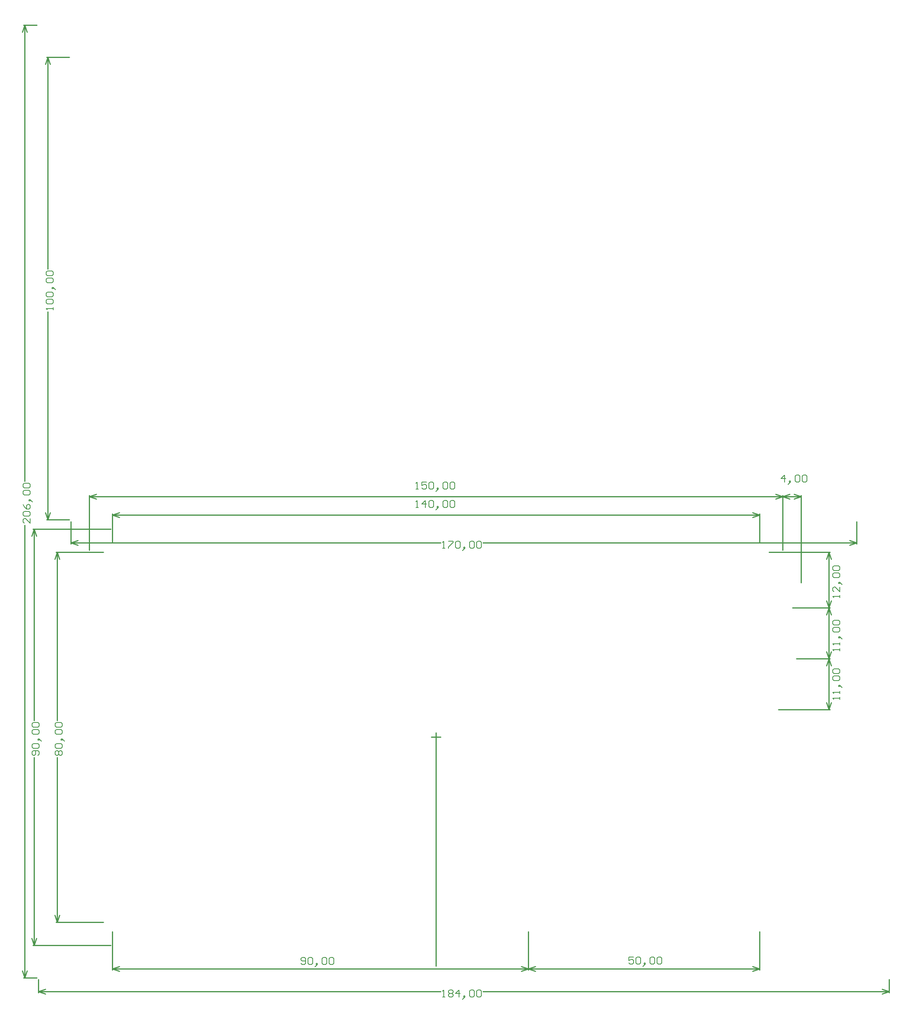
<source format=gbr>
%TF.GenerationSoftware,Altium Limited,Altium Designer,22.11.1 (43)*%
G04 Layer_Color=16776960*
%FSLAX43Y43*%
%MOMM*%
%TF.SameCoordinates,25A6F12C-B93B-4C7C-9F5B-633324915364*%
%TF.FilePolarity,Positive*%
%TF.FileFunction,Other,Top_Dimensions*%
%TF.Part,CustomerPanel*%
G01*
G75*
%TA.AperFunction,NonConductor*%
%ADD113C,0.152*%
%ADD119C,0.254*%
D113*
X-1832Y99293D02*
Y98277D01*
X-2848Y99293D01*
X-3102D01*
X-3355Y99039D01*
Y98531D01*
X-3102Y98277D01*
Y99800D02*
X-3355Y100054D01*
Y100562D01*
X-3102Y100816D01*
X-2086D01*
X-1832Y100562D01*
Y100054D01*
X-2086Y99800D01*
X-3102D01*
X-3355Y102340D02*
X-3102Y101832D01*
X-2594Y101324D01*
X-2086D01*
X-1832Y101578D01*
Y102086D01*
X-2086Y102340D01*
X-2340D01*
X-2594Y102086D01*
Y101324D01*
X-1578Y103101D02*
X-1832Y103355D01*
X-2086D01*
Y103101D01*
X-1832D01*
Y103355D01*
X-1578Y103101D01*
X-1324Y102848D01*
X-3102Y104371D02*
X-3355Y104625D01*
Y105133D01*
X-3102Y105387D01*
X-2086D01*
X-1832Y105133D01*
Y104625D01*
X-2086Y104371D01*
X-3102D01*
Y105895D02*
X-3355Y106148D01*
Y106656D01*
X-3102Y106910D01*
X-2086D01*
X-1832Y106656D01*
Y106148D01*
X-2086Y105895D01*
X-3102D01*
X87404Y-4168D02*
X87912D01*
X87658D01*
Y-2645D01*
X87404Y-2898D01*
X88674D02*
X88927Y-2645D01*
X89435D01*
X89689Y-2898D01*
Y-3152D01*
X89435Y-3406D01*
X89689Y-3660D01*
Y-3914D01*
X89435Y-4168D01*
X88927D01*
X88674Y-3914D01*
Y-3660D01*
X88927Y-3406D01*
X88674Y-3152D01*
Y-2898D01*
X88927Y-3406D02*
X89435D01*
X90959Y-4168D02*
Y-2645D01*
X90197Y-3406D01*
X91213D01*
X91974Y-4422D02*
X92228Y-4168D01*
Y-3914D01*
X91974D01*
Y-4168D01*
X92228D01*
X91974Y-4422D01*
X91721Y-4676D01*
X93244Y-2898D02*
X93498Y-2645D01*
X94006D01*
X94260Y-2898D01*
Y-3914D01*
X94006Y-4168D01*
X93498D01*
X93244Y-3914D01*
Y-2898D01*
X94768D02*
X95021Y-2645D01*
X95529D01*
X95783Y-2898D01*
Y-3914D01*
X95529Y-4168D01*
X95021D01*
X94768Y-3914D01*
Y-2898D01*
X87404Y92832D02*
X87912D01*
X87658D01*
Y94355D01*
X87404Y94102D01*
X88674Y94355D02*
X89689D01*
Y94102D01*
X88674Y93086D01*
Y92832D01*
X90197Y94102D02*
X90451Y94355D01*
X90959D01*
X91213Y94102D01*
Y93086D01*
X90959Y92832D01*
X90451D01*
X90197Y93086D01*
Y94102D01*
X91975Y92578D02*
X92228Y92832D01*
Y93086D01*
X91975D01*
Y92832D01*
X92228D01*
X91975Y92578D01*
X91721Y92324D01*
X93244Y94102D02*
X93498Y94355D01*
X94006D01*
X94260Y94102D01*
Y93086D01*
X94006Y92832D01*
X93498D01*
X93244Y93086D01*
Y94102D01*
X94768D02*
X95022Y94355D01*
X95529D01*
X95783Y94102D01*
Y93086D01*
X95529Y92832D01*
X95022D01*
X94768Y93086D01*
Y94102D01*
X3168Y144404D02*
Y144912D01*
Y144658D01*
X1645D01*
X1898Y144404D01*
Y145674D02*
X1645Y145927D01*
Y146435D01*
X1898Y146689D01*
X2914D01*
X3168Y146435D01*
Y145927D01*
X2914Y145674D01*
X1898D01*
Y147197D02*
X1645Y147451D01*
Y147959D01*
X1898Y148213D01*
X2914D01*
X3168Y147959D01*
Y147451D01*
X2914Y147197D01*
X1898D01*
X3422Y148974D02*
X3168Y149228D01*
X2914D01*
Y148974D01*
X3168D01*
Y149228D01*
X3422Y148974D01*
X3676Y148721D01*
X1898Y150244D02*
X1645Y150498D01*
Y151006D01*
X1898Y151260D01*
X2914D01*
X3168Y151006D01*
Y150498D01*
X2914Y150244D01*
X1898D01*
Y151768D02*
X1645Y152021D01*
Y152529D01*
X1898Y152783D01*
X2914D01*
X3168Y152529D01*
Y152021D01*
X2914Y151768D01*
X1898D01*
X128768Y4484D02*
X127752D01*
Y3722D01*
X128260Y3976D01*
X128514D01*
X128768Y3722D01*
Y3214D01*
X128514Y2960D01*
X128006D01*
X127752Y3214D01*
X129276Y4230D02*
X129530Y4484D01*
X130038D01*
X130292Y4230D01*
Y3214D01*
X130038Y2960D01*
X129530D01*
X129276Y3214D01*
Y4230D01*
X131053Y2706D02*
X131307Y2960D01*
Y3214D01*
X131053D01*
Y2960D01*
X131307D01*
X131053Y2706D01*
X130799Y2452D01*
X132323Y4230D02*
X132577Y4484D01*
X133085D01*
X133339Y4230D01*
Y3214D01*
X133085Y2960D01*
X132577D01*
X132323Y3214D01*
Y4230D01*
X133846D02*
X134100Y4484D01*
X134608D01*
X134862Y4230D01*
Y3214D01*
X134608Y2960D01*
X134100D01*
X133846Y3214D01*
Y4230D01*
X56785Y3114D02*
X57039Y2860D01*
X57547D01*
X57800Y3114D01*
Y4130D01*
X57547Y4384D01*
X57039D01*
X56785Y4130D01*
Y3876D01*
X57039Y3622D01*
X57800D01*
X58308Y4130D02*
X58562Y4384D01*
X59070D01*
X59324Y4130D01*
Y3114D01*
X59070Y2860D01*
X58562D01*
X58308Y3114D01*
Y4130D01*
X60086Y2606D02*
X60340Y2860D01*
Y3114D01*
X60086D01*
Y2860D01*
X60340D01*
X60086Y2606D01*
X59832Y2352D01*
X61355Y4130D02*
X61609Y4384D01*
X62117D01*
X62371Y4130D01*
Y3114D01*
X62117Y2860D01*
X61609D01*
X61355Y3114D01*
Y4130D01*
X62879D02*
X63133Y4384D01*
X63641D01*
X63894Y4130D01*
Y3114D01*
X63641Y2860D01*
X63133D01*
X62879Y3114D01*
Y4130D01*
X161414Y107160D02*
Y108684D01*
X160652Y107922D01*
X161668D01*
X162430Y106906D02*
X162684Y107160D01*
Y107414D01*
X162430D01*
Y107160D01*
X162684D01*
X162430Y106906D01*
X162176Y106652D01*
X163699Y108430D02*
X163953Y108684D01*
X164461D01*
X164715Y108430D01*
Y107414D01*
X164461Y107160D01*
X163953D01*
X163699Y107414D01*
Y108430D01*
X165223D02*
X165477Y108684D01*
X165985D01*
X166239Y108430D01*
Y107414D01*
X165985Y107160D01*
X165477D01*
X165223Y107414D01*
Y108430D01*
X-86Y48039D02*
X168Y48293D01*
Y48800D01*
X-86Y49054D01*
X-1102D01*
X-1355Y48800D01*
Y48293D01*
X-1102Y48039D01*
X-848D01*
X-594Y48293D01*
Y49054D01*
X-1102Y49562D02*
X-1355Y49816D01*
Y50324D01*
X-1102Y50578D01*
X-86D01*
X168Y50324D01*
Y49816D01*
X-86Y49562D01*
X-1102D01*
X422Y51340D02*
X168Y51594D01*
X-86D01*
Y51340D01*
X168D01*
Y51594D01*
X422Y51340D01*
X676Y51086D01*
X-1102Y52609D02*
X-1355Y52863D01*
Y53371D01*
X-1102Y53625D01*
X-86D01*
X168Y53371D01*
Y52863D01*
X-86Y52609D01*
X-1102D01*
Y54133D02*
X-1355Y54387D01*
Y54895D01*
X-1102Y55148D01*
X-86D01*
X168Y54895D01*
Y54387D01*
X-86Y54133D01*
X-1102D01*
X3898Y48039D02*
X3645Y48293D01*
Y48800D01*
X3898Y49054D01*
X4152D01*
X4406Y48800D01*
X4660Y49054D01*
X4914D01*
X5168Y48800D01*
Y48293D01*
X4914Y48039D01*
X4660D01*
X4406Y48293D01*
X4152Y48039D01*
X3898D01*
X4406Y48293D02*
Y48800D01*
X3898Y49562D02*
X3645Y49816D01*
Y50324D01*
X3898Y50578D01*
X4914D01*
X5168Y50324D01*
Y49816D01*
X4914Y49562D01*
X3898D01*
X5422Y51340D02*
X5168Y51594D01*
X4914D01*
Y51340D01*
X5168D01*
Y51594D01*
X5422Y51340D01*
X5676Y51086D01*
X3898Y52609D02*
X3645Y52863D01*
Y53371D01*
X3898Y53625D01*
X4914D01*
X5168Y53371D01*
Y52863D01*
X4914Y52609D01*
X3898D01*
Y54133D02*
X3645Y54387D01*
Y54895D01*
X3898Y55148D01*
X4914D01*
X5168Y54895D01*
Y54387D01*
X4914Y54133D01*
X3898D01*
X81652Y105660D02*
X82160D01*
X81906D01*
Y107184D01*
X81652Y106930D01*
X83938Y107184D02*
X82922D01*
Y106422D01*
X83430Y106676D01*
X83684D01*
X83938Y106422D01*
Y105914D01*
X83684Y105660D01*
X83176D01*
X82922Y105914D01*
X84446Y106930D02*
X84699Y107184D01*
X85207D01*
X85461Y106930D01*
Y105914D01*
X85207Y105660D01*
X84699D01*
X84446Y105914D01*
Y106930D01*
X86223Y105406D02*
X86477Y105660D01*
Y105914D01*
X86223D01*
Y105660D01*
X86477D01*
X86223Y105406D01*
X85969Y105152D01*
X87493Y106930D02*
X87746Y107184D01*
X88254D01*
X88508Y106930D01*
Y105914D01*
X88254Y105660D01*
X87746D01*
X87493Y105914D01*
Y106930D01*
X89016D02*
X89270Y107184D01*
X89778D01*
X90032Y106930D01*
Y105914D01*
X89778Y105660D01*
X89270D01*
X89016Y105914D01*
Y106930D01*
X81652Y101660D02*
X82160D01*
X81906D01*
Y103184D01*
X81652Y102930D01*
X83684Y101660D02*
Y103184D01*
X82922Y102422D01*
X83938D01*
X84446Y102930D02*
X84699Y103184D01*
X85207D01*
X85461Y102930D01*
Y101914D01*
X85207Y101660D01*
X84699D01*
X84446Y101914D01*
Y102930D01*
X86223Y101406D02*
X86477Y101660D01*
Y101914D01*
X86223D01*
Y101660D01*
X86477D01*
X86223Y101406D01*
X85969Y101152D01*
X87493Y102930D02*
X87746Y103184D01*
X88254D01*
X88508Y102930D01*
Y101914D01*
X88254Y101660D01*
X87746D01*
X87493Y101914D01*
Y102930D01*
X89016D02*
X89270Y103184D01*
X89778D01*
X90032Y102930D01*
Y101914D01*
X89778Y101660D01*
X89270D01*
X89016Y101914D01*
Y102930D01*
X173340Y60152D02*
Y60660D01*
Y60406D01*
X171816D01*
X172070Y60152D01*
X173340Y61422D02*
Y61930D01*
Y61676D01*
X171816D01*
X172070Y61422D01*
X173594Y62945D02*
X173340Y63199D01*
X173086D01*
Y62945D01*
X173340D01*
Y63199D01*
X173594Y62945D01*
X173848Y62692D01*
X172070Y64215D02*
X171816Y64469D01*
Y64977D01*
X172070Y65231D01*
X173086D01*
X173340Y64977D01*
Y64469D01*
X173086Y64215D01*
X172070D01*
Y65739D02*
X171816Y65993D01*
Y66500D01*
X172070Y66754D01*
X173086D01*
X173340Y66500D01*
Y65993D01*
X173086Y65739D01*
X172070D01*
X173340Y70676D02*
Y71184D01*
Y70930D01*
X171816D01*
X172070Y70676D01*
X173340Y71946D02*
Y72454D01*
Y72200D01*
X171816D01*
X172070Y71946D01*
X173594Y73469D02*
X173340Y73723D01*
X173086D01*
Y73469D01*
X173340D01*
Y73723D01*
X173594Y73469D01*
X173848Y73216D01*
X172070Y74739D02*
X171816Y74993D01*
Y75501D01*
X172070Y75755D01*
X173086D01*
X173340Y75501D01*
Y74993D01*
X173086Y74739D01*
X172070D01*
Y76263D02*
X171816Y76517D01*
Y77024D01*
X172070Y77278D01*
X173086D01*
X173340Y77024D01*
Y76517D01*
X173086Y76263D01*
X172070D01*
X173340Y82152D02*
Y82660D01*
Y82406D01*
X171816D01*
X172070Y82152D01*
X173340Y84438D02*
Y83422D01*
X172324Y84438D01*
X172070D01*
X171816Y84184D01*
Y83676D01*
X172070Y83422D01*
X173594Y85199D02*
X173340Y85453D01*
X173086D01*
Y85199D01*
X173340D01*
Y85453D01*
X173594Y85199D01*
X173848Y84946D01*
X172070Y86469D02*
X171816Y86723D01*
Y87231D01*
X172070Y87485D01*
X173086D01*
X173340Y87231D01*
Y86723D01*
X173086Y86469D01*
X172070D01*
Y87993D02*
X171816Y88246D01*
Y88754D01*
X172070Y89008D01*
X173086D01*
X173340Y88754D01*
Y88246D01*
X173086Y87993D01*
X172070D01*
D119*
X-3254Y0D02*
X-381D01*
X-3254Y206000D02*
X-381D01*
X-3000Y0D02*
Y97871D01*
Y107317D02*
Y206000D01*
Y0D02*
X-2492Y1524D01*
X-3508D02*
X-3000Y0D01*
X-3508Y204476D02*
X-3000Y206000D01*
X-2492Y204476D01*
X-0Y-3254D02*
Y-381D01*
X184000Y-3254D02*
Y-381D01*
X-0Y-3000D02*
X86998D01*
X96190D02*
X184000D01*
X-0D02*
X1524Y-3508D01*
X-0Y-3000D02*
X1524Y-2492D01*
X182476D02*
X184000Y-3000D01*
X182476Y-3508D02*
X184000Y-3000D01*
X7000Y94000D02*
X8524Y94508D01*
X7000Y94000D02*
X8524Y93492D01*
X175476D02*
X177000Y94000D01*
X175476Y94508D02*
X177000Y94000D01*
X7000D02*
X86998D01*
X96190D02*
X177000D01*
X7000Y93746D02*
Y98619D01*
X177000Y93746D02*
Y98619D01*
X1492Y100524D02*
X2000Y99000D01*
X2508Y100524D01*
X2000Y199000D02*
X2508Y197476D01*
X1492D02*
X2000Y199000D01*
Y99000D02*
Y143998D01*
Y153190D02*
Y199000D01*
X1746Y99000D02*
X6619D01*
X1746Y199000D02*
X6619D01*
X86000Y51000D02*
Y53000D01*
Y2500D02*
Y51000D01*
X85000Y52000D02*
X87000D01*
X106000Y1900D02*
X107524Y2408D01*
X106000Y1900D02*
X107524Y1392D01*
X154476D02*
X156000Y1900D01*
X154476Y2408D02*
X156000Y1900D01*
X106000D02*
X131000D01*
X156000D01*
X106000Y1646D02*
Y9996D01*
X156000Y1646D02*
Y9996D01*
X16000Y1900D02*
X17524Y2408D01*
X16000Y1900D02*
X17524Y1392D01*
X104476D02*
X106000Y1900D01*
X104476Y2408D02*
X106000Y1900D01*
X16000D02*
X61000D01*
X106000D01*
X16000Y1646D02*
Y9996D01*
X106000Y1646D02*
Y9996D01*
X161000Y104000D02*
X162524Y104508D01*
X161000Y104000D02*
X162524Y103492D01*
X163476D02*
X165000Y104000D01*
X163476Y104508D02*
X165000Y104000D01*
X161000D02*
X163000D01*
X165000D01*
X161000Y92381D02*
Y104254D01*
X165000Y85381D02*
Y104254D01*
X-1508Y8524D02*
X-1000Y7000D01*
X-492Y8524D01*
X-1000Y97000D02*
X-492Y95476D01*
X-1508D02*
X-1000Y97000D01*
Y7000D02*
Y47632D01*
Y55555D02*
Y97000D01*
X-1254Y7000D02*
X15619D01*
X-1254Y97000D02*
X15619D01*
X4000Y92000D02*
X4508Y90476D01*
X3492D02*
X4000Y92000D01*
X3492Y13524D02*
X4000Y12000D01*
X4508Y13524D01*
X4000Y55555D02*
Y92000D01*
Y12000D02*
Y47632D01*
X3746Y92000D02*
X13996D01*
X3746Y12000D02*
X13996D01*
X11000Y104000D02*
X12524Y104508D01*
X11000Y104000D02*
X12524Y103492D01*
X159476D02*
X161000Y104000D01*
X159476Y104508D02*
X161000Y104000D01*
X11000D02*
X86000D01*
X161000D01*
X11000Y92381D02*
Y104254D01*
X161000Y92381D02*
Y104254D01*
X154476Y99492D02*
X156000Y100000D01*
X154476Y100508D02*
X156000Y100000D01*
X16000D02*
X17524Y100508D01*
X16000Y100000D02*
X17524Y99492D01*
X86000Y100000D02*
X156000D01*
X16000D02*
X86000D01*
X156000Y94004D02*
Y100254D01*
X16000Y94004D02*
Y100254D01*
X171000Y69000D02*
X171508Y67476D01*
X170492D02*
X171000Y69000D01*
X170492Y59524D02*
X171000Y58000D01*
X171508Y59524D01*
X171000Y63500D02*
Y69000D01*
Y58000D02*
Y63500D01*
X164000Y69000D02*
X171254D01*
X160104Y58000D02*
X171254D01*
X171000Y80000D02*
X171508Y78476D01*
X170492D02*
X171000Y80000D01*
X170492Y70524D02*
X171000Y69000D01*
X171508Y70524D01*
X171000Y74500D02*
Y80000D01*
Y69000D02*
Y74500D01*
X163104Y80000D02*
X171254D01*
X164000Y69000D02*
X171254D01*
X171000Y92000D02*
X171508Y90476D01*
X170492D02*
X171000Y92000D01*
X170492Y81524D02*
X171000Y80000D01*
X171508Y81524D01*
X171000Y86000D02*
Y92000D01*
Y80000D02*
Y86000D01*
X158004Y92000D02*
X171254D01*
X163104Y80000D02*
X171254D01*
%TF.MD5,9324ab0aafb876387c0e694dc834bb72*%
M02*

</source>
